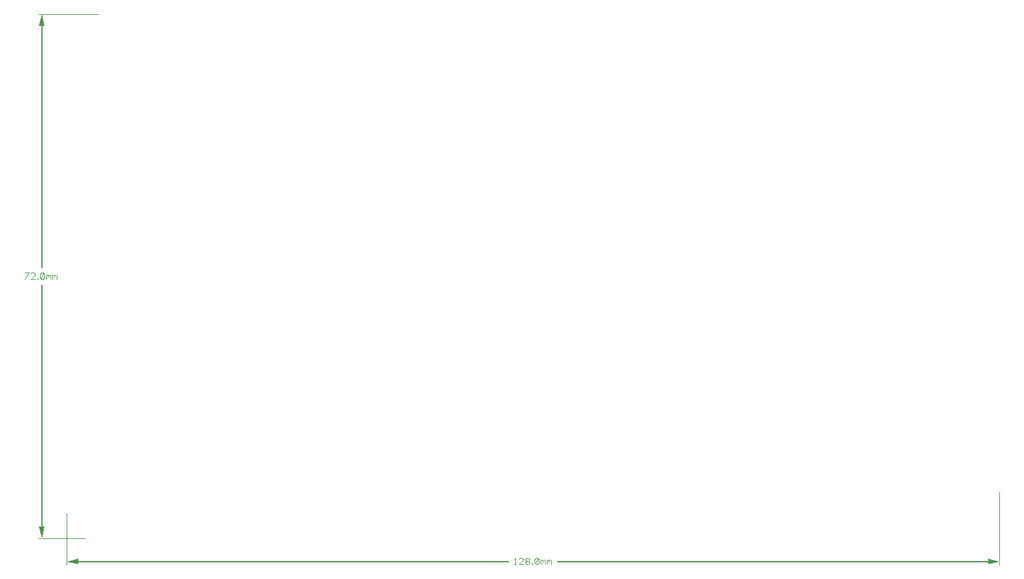
<source format=gbr>
G04 GENERATED BY PULSONIX 7.0 GERBER.DLL 4573*
%INHILLSTAR_100X50_EL_V1_0*%
%LNGERBER_DOCUMENTATION*%
%FSLAX33Y33*%
%IPPOS*%
%LPD*%
%OFA0B0*%
%MOMM*%
%ADD15C,0.125*%
%ADD17C,0.200*%
%ADD281C,0.025*%
%ADD394C,0.001*%
X0Y0D02*
D02*
D15*
X60154Y126545D02*
X60742Y127427D01*
X60154*
X61592Y126545D02*
X61004Y126545D01*
X61518Y127060*
X61592Y127207*
X61518Y127354*
X61371Y127427*
X61151*
X61004Y127354*
X61927Y126545D02*
X62001Y126619D01*
X61927Y126692*
X61854Y126619*
X61927Y126545*
X62315Y126619D02*
X62462Y126545D01*
X62609*
X62756Y126619*
X62830Y126766*
Y127207*
X62756Y127354*
X62609Y127427*
X62462*
X62315Y127354*
X62241Y127207*
Y126766*
X62315Y126619*
X62756Y127354*
X63091Y126545D02*
X63091Y127133D01*
Y127060D02*
X63165Y127133D01*
X63312*
X63385Y127060*
Y126839*
Y127060D02*
X63459Y127133D01*
X63606*
X63680Y127060*
Y126545*
X63941D02*
X63941Y127133D01*
Y127060D02*
X64015Y127133D01*
X64162*
X64235Y127060*
Y126839*
Y127060D02*
X64309Y127133D01*
X64456*
X64530Y127060*
Y126545*
X127262Y87370D02*
X127556Y87370D01*
X127409D02*
X127409Y88252D01*
X127262Y88105*
X128553Y87370D02*
X127965Y87370D01*
X128480Y87885*
X128553Y88032*
X128480Y88179*
X128333Y88252*
X128112*
X127965Y88179*
X129036Y87811D02*
X129183Y87811D01*
X129330Y87885*
X129403Y88032*
X129330Y88179*
X129183Y88252*
X129036*
X128889Y88179*
X128815Y88032*
X128889Y87885*
X129036Y87811*
X128889Y87738*
X128815Y87591*
X128889Y87444*
X129036Y87370*
X129183*
X129330Y87444*
X129403Y87591*
X129330Y87738*
X129183Y87811*
X129739Y87370D02*
X129812Y87444D01*
X129739Y87517*
X129665Y87444*
X129739Y87370*
X130126Y87444D02*
X130273Y87370D01*
X130420*
X130567Y87444*
X130641Y87591*
Y88032*
X130567Y88179*
X130420Y88252*
X130273*
X130126Y88179*
X130052Y88032*
Y87591*
X130126Y87444*
X130567Y88179*
X130902Y87370D02*
X130902Y87958D01*
Y87885D02*
X130976Y87958D01*
X131123*
X131197Y87885*
Y87664*
Y87885D02*
X131270Y87958D01*
X131417*
X131491Y87885*
Y87370*
X131752D02*
X131752Y87958D01*
Y87885D02*
X131826Y87958D01*
X131973*
X132047Y87885*
Y87664*
Y87885D02*
X132120Y87958D01*
X132267*
X132341Y87885*
Y87370*
D02*
D17*
X62473Y91750D02*
Y125762D01*
Y128137D02*
Y162150D01*
X66659Y87775D02*
X126552D01*
X133165D02*
X193059D01*
D02*
D281*
X65859Y94467D02*
Y87275D01*
X68428Y90950D02*
X61973D01*
X70181Y162950D02*
X61973D01*
X193859Y97287D02*
Y87275D01*
D02*
D394*
X62473Y90950D02*
G36*
X62073Y92550D01*
X62873*
X62473Y90950*
G37*
Y162950D02*
G36*
X62873Y161350D01*
X62073*
X62473Y162950*
G37*
X65859Y87775D02*
G36*
X67459Y88175D01*
Y87375*
X65859Y87775*
G37*
X193859D02*
G36*
X192259Y87375D01*
Y88175*
X193859Y87775*
G37*
X0Y0D02*
M02*

</source>
